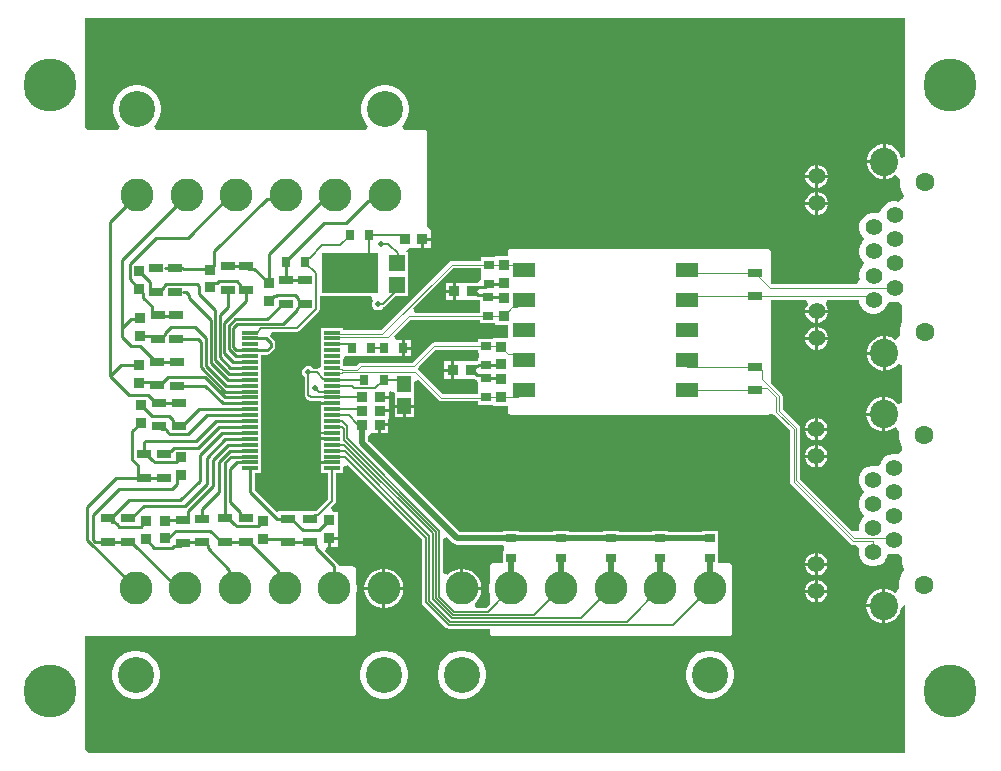
<source format=gtl>
G04*
G04 #@! TF.GenerationSoftware,Altium Limited,Altium Designer,21.6.4 (81)*
G04*
G04 Layer_Physical_Order=1*
G04 Layer_Color=255*
%FSLAX25Y25*%
%MOIN*%
G70*
G04*
G04 #@! TF.SameCoordinates,D230F567-8F14-4DE2-9EB9-46B1BD9AA4B9*
G04*
G04*
G04 #@! TF.FilePolarity,Positive*
G04*
G01*
G75*
%ADD11C,0.00984*%
%ADD14C,0.00394*%
%ADD16C,0.00500*%
%ADD18R,0.05394X0.01181*%
%ADD19R,0.02756X0.03347*%
%ADD20R,0.03347X0.02756*%
%ADD21R,0.19134X0.13228*%
%ADD22R,0.05512X0.05472*%
%ADD23R,0.04528X0.05315*%
%ADD24R,0.03740X0.03740*%
%ADD25R,0.04921X0.02953*%
%ADD26R,0.03740X0.03740*%
%ADD27R,0.07441X0.05000*%
%ADD33C,0.00591*%
%ADD34C,0.01968*%
%ADD35C,0.06299*%
%ADD36C,0.09449*%
%ADD37C,0.05512*%
%ADD38C,0.17717*%
%ADD39C,0.11024*%
%ADD40C,0.12008*%
%ADD41C,0.01968*%
G36*
X305009Y225923D02*
X303509Y225725D01*
X303234Y226752D01*
X302480Y228058D01*
X301414Y229123D01*
X300109Y229877D01*
X298653Y230267D01*
X298399D01*
Y224543D01*
Y218818D01*
X298653D01*
X300109Y219208D01*
X301414Y219962D01*
X301661Y220209D01*
X301954Y220161D01*
X303126Y218482D01*
X303104Y218372D01*
Y216737D01*
X303423Y215134D01*
X304049Y213623D01*
X304417Y213071D01*
X304247Y212192D01*
X304016Y211929D01*
X302667Y211195D01*
X302029Y211365D01*
X300777D01*
X299568Y211041D01*
X298483Y210415D01*
X297598Y209530D01*
X296972Y208445D01*
X296941Y208330D01*
X296353Y207250D01*
X295177Y207308D01*
X295022Y207350D01*
X293769D01*
X292560Y207026D01*
X291475Y206399D01*
X290590Y205514D01*
X289964Y204430D01*
X289640Y203220D01*
Y201968D01*
X289964Y200758D01*
X290590Y199674D01*
X290669Y199594D01*
X291337Y198578D01*
X290669Y197562D01*
X290590Y197483D01*
X289964Y196398D01*
X289640Y195188D01*
Y193936D01*
X289964Y192727D01*
X290590Y191642D01*
X290669Y191563D01*
X291337Y190547D01*
X290669Y189531D01*
X290590Y189451D01*
X289964Y188366D01*
X289640Y187157D01*
Y185905D01*
X289819Y185235D01*
X288953Y183735D01*
X260386D01*
X260291Y183830D01*
Y194340D01*
X260213Y194730D01*
X259992Y195061D01*
X259661Y195282D01*
X259271Y195360D01*
X173411D01*
X173021Y195282D01*
X172690Y195061D01*
X172469Y194730D01*
X172392Y194340D01*
Y192896D01*
X168244D01*
Y192551D01*
X163447D01*
Y191393D01*
X153714D01*
X153247Y191300D01*
X152851Y191036D01*
X130032Y168216D01*
X117678D01*
Y169124D01*
X110284D01*
Y165943D01*
Y163974D01*
Y160037D01*
Y156513D01*
X109822Y156025D01*
X109513Y155791D01*
X108784Y155498D01*
X108750Y155505D01*
X107512D01*
X107105Y155913D01*
X106376Y156215D01*
X105586D01*
X104857Y155913D01*
X104299Y155355D01*
X103997Y154625D01*
Y153836D01*
X104299Y153107D01*
X104706Y152699D01*
Y146766D01*
X104803Y146278D01*
X105080Y145865D01*
X105966Y144978D01*
X106379Y144702D01*
X106867Y144605D01*
X110284D01*
Y144289D01*
X113981D01*
Y143533D01*
X110284D01*
Y140352D01*
Y136415D01*
Y134446D01*
X113981D01*
Y133569D01*
X110284D01*
Y132600D01*
X113981D01*
Y131722D01*
X110284D01*
Y128541D01*
Y124604D01*
Y124604D01*
X113981D01*
Y123848D01*
X110284D01*
Y120667D01*
X112661D01*
Y112073D01*
X108607Y108019D01*
X107825D01*
X107697Y107994D01*
X103183D01*
Y107994D01*
X103183Y107994D01*
X101697Y107960D01*
X95897D01*
Y107960D01*
X95512Y107801D01*
X88140Y115173D01*
Y120667D01*
X90316D01*
Y124604D01*
Y128541D01*
Y132478D01*
Y136415D01*
Y140352D01*
Y144289D01*
Y148226D01*
Y152163D01*
Y156100D01*
Y160106D01*
X92170D01*
X92753Y160222D01*
X93246Y160552D01*
X94473Y161779D01*
X94803Y162273D01*
X94919Y162855D01*
X94919Y162855D01*
Y164011D01*
X94803Y164593D01*
X94473Y165087D01*
X94473Y165087D01*
X93266Y166294D01*
X93712Y167662D01*
X93815Y167794D01*
X102200D01*
X102705Y167895D01*
X103133Y168181D01*
X109358Y174405D01*
X109644Y174834D01*
X109744Y175339D01*
Y179601D01*
X126897D01*
X127518Y178101D01*
X127425Y178007D01*
X127122Y177278D01*
Y176489D01*
X127425Y175759D01*
X127983Y175201D01*
X128712Y174899D01*
X129501D01*
X130231Y175201D01*
X130789Y175759D01*
X130848Y175902D01*
X131276Y175987D01*
X131690Y176263D01*
X135028Y179601D01*
X139203D01*
Y186845D01*
Y194318D01*
X138619D01*
X138612Y194323D01*
X139537Y195822D01*
X140977Y195822D01*
Y195822D01*
X141142D01*
Y195822D01*
X143512D01*
Y198692D01*
X144012D01*
Y199192D01*
X146883D01*
Y201562D01*
X146881D01*
X146754Y201627D01*
X145677Y202611D01*
Y233951D01*
X145599Y234341D01*
X145378Y234672D01*
X145047Y234893D01*
X144657Y234971D01*
X137917D01*
X137296Y236471D01*
X137756Y236931D01*
X138632Y238242D01*
X139236Y239699D01*
X139543Y241245D01*
Y242822D01*
X139236Y244368D01*
X138632Y245825D01*
X137756Y247135D01*
X136642Y248250D01*
X135331Y249126D01*
X133874Y249730D01*
X132328Y250037D01*
X130751D01*
X129205Y249730D01*
X127748Y249126D01*
X126437Y248250D01*
X125322Y247135D01*
X124446Y245825D01*
X123843Y244368D01*
X123535Y242822D01*
Y241245D01*
X123843Y239699D01*
X124446Y238242D01*
X125322Y236931D01*
X125783Y236471D01*
X125161Y234971D01*
X55240D01*
X54619Y236471D01*
X55079Y236931D01*
X55955Y238242D01*
X56559Y239699D01*
X56866Y241245D01*
Y242822D01*
X56559Y244368D01*
X55955Y245825D01*
X55079Y247135D01*
X53964Y248250D01*
X52653Y249126D01*
X51197Y249730D01*
X49650Y250037D01*
X48074D01*
X46527Y249730D01*
X45071Y249126D01*
X43760Y248250D01*
X42645Y247135D01*
X41769Y245825D01*
X41166Y244368D01*
X40858Y242822D01*
Y241245D01*
X41166Y239699D01*
X41769Y238242D01*
X42645Y236931D01*
X43105Y236471D01*
X42484Y234971D01*
X32612D01*
X31551Y236032D01*
X31569Y272220D01*
X305009Y272220D01*
Y225923D01*
D02*
G37*
G36*
X163447Y187795D02*
X163526D01*
Y186055D01*
X163447D01*
Y185372D01*
X162661Y184231D01*
X162175Y184134D01*
X159059D01*
X157725Y184134D01*
Y184134D01*
X157559D01*
Y184134D01*
X155189D01*
Y181264D01*
Y178394D01*
X156225D01*
X157559Y178394D01*
Y178394D01*
X157725D01*
Y178394D01*
X163259D01*
Y177052D01*
X163338D01*
Y175312D01*
X163259D01*
Y174154D01*
X141543D01*
X140921Y175654D01*
X154220Y188952D01*
X163447D01*
Y187795D01*
D02*
G37*
G36*
X289640Y177873D02*
X289964Y176664D01*
X290590Y175579D01*
X291475Y174694D01*
X292560Y174067D01*
X293769Y173743D01*
X295022D01*
X296231Y174067D01*
X297316Y174694D01*
X298201Y175579D01*
X298827Y176664D01*
X298858Y176779D01*
X299446Y177859D01*
X300622Y177801D01*
X300777Y177759D01*
X302029D01*
X302429Y177866D01*
X303929Y176865D01*
Y171196D01*
X303423Y169975D01*
X303104Y168372D01*
Y166737D01*
X303126Y166627D01*
X301954Y164948D01*
X301661Y164900D01*
X301414Y165147D01*
X300109Y165901D01*
X298653Y166291D01*
X298399D01*
Y160566D01*
Y154842D01*
X298653D01*
X300109Y155232D01*
X301414Y155986D01*
X302429Y157000D01*
X302666Y156988D01*
X303929Y156560D01*
Y144102D01*
X302429Y143700D01*
X302331Y143869D01*
X301265Y144935D01*
X299960Y145689D01*
X298504Y146079D01*
X298250D01*
Y140355D01*
Y134630D01*
X298504D01*
X299960Y135020D01*
X301265Y135774D01*
X301512Y136021D01*
X301805Y135973D01*
X302977Y134294D01*
X302955Y134184D01*
Y132549D01*
X303274Y130946D01*
X303899Y129435D01*
X303929Y129392D01*
Y127956D01*
X302429Y127030D01*
X301880Y127177D01*
X300628D01*
X299418Y126853D01*
X298334Y126227D01*
X297448Y125342D01*
X296822Y124257D01*
X296791Y124142D01*
X296204Y123062D01*
X295028Y123120D01*
X294872Y123161D01*
X293620D01*
X292410Y122837D01*
X291326Y122211D01*
X290441Y121326D01*
X289814Y120241D01*
X289490Y119032D01*
Y117780D01*
X289814Y116570D01*
X290441Y115485D01*
X290520Y115406D01*
X291188Y114390D01*
X290520Y113374D01*
X290441Y113294D01*
X289814Y112210D01*
X289490Y111000D01*
Y109748D01*
X289814Y108538D01*
X290441Y107454D01*
X290520Y107374D01*
X291188Y106358D01*
X290520Y105342D01*
X290441Y105263D01*
X289814Y104178D01*
X289490Y102969D01*
Y101716D01*
X289277Y101476D01*
X287217Y101414D01*
X269882Y118749D01*
Y135761D01*
X269789Y136229D01*
X269525Y136624D01*
X264114Y142035D01*
Y146302D01*
X264021Y146769D01*
X263757Y147165D01*
X260291Y150630D01*
Y178427D01*
X271851D01*
X272472Y176927D01*
X272414Y176868D01*
X271919Y176012D01*
X271665Y175062D01*
X275419D01*
X279173D01*
X278919Y176012D01*
X278425Y176868D01*
X278366Y176927D01*
X278987Y178427D01*
X289640D01*
Y177873D01*
D02*
G37*
G36*
X163259Y170556D02*
X168185D01*
Y170182D01*
X172392D01*
Y165729D01*
X167433D01*
Y165459D01*
X162653D01*
Y164301D01*
X147969D01*
X147502Y164208D01*
X147106Y163944D01*
X140656Y157494D01*
X123418Y157494D01*
X122951Y157401D01*
X122555Y157137D01*
X121823Y156405D01*
X117678D01*
Y158247D01*
X118094Y159575D01*
X122849D01*
Y159654D01*
X124590D01*
Y159575D01*
X129345D01*
Y159587D01*
X133553D01*
Y159665D01*
X135293D01*
Y159587D01*
X137171D01*
Y160467D01*
X137215Y160685D01*
Y162260D01*
Y163835D01*
X137171Y164053D01*
Y164933D01*
X135308D01*
X135115Y165130D01*
X134608Y166354D01*
X139967Y171713D01*
X163259D01*
Y170556D01*
D02*
G37*
G36*
X162653Y160703D02*
X162732D01*
Y158963D01*
X162653D01*
Y158106D01*
X162548D01*
X161966Y157991D01*
X161847Y157911D01*
X158533D01*
X157199Y157911D01*
Y157911D01*
X157033D01*
Y157911D01*
X154663D01*
Y155041D01*
Y152171D01*
X155699D01*
X157033Y152171D01*
Y152171D01*
X157199D01*
Y152171D01*
X161316D01*
X161757Y151876D01*
X162339Y151760D01*
X162580Y150300D01*
Y150018D01*
X162659D01*
Y148278D01*
X162580D01*
Y147081D01*
X150732D01*
X142555Y155258D01*
X143227Y156613D01*
X148474Y161861D01*
X162653D01*
Y160703D01*
D02*
G37*
G36*
X149363Y144998D02*
X149759Y144733D01*
X150226Y144640D01*
X162580D01*
Y143522D01*
X167433D01*
Y143178D01*
X172392D01*
Y141158D01*
X172469Y140767D01*
X172690Y140437D01*
X173021Y140216D01*
X173411Y140138D01*
X259271D01*
X259661Y140216D01*
X260120Y140396D01*
X261467Y139967D01*
X266548Y134886D01*
Y117873D01*
X266641Y117406D01*
X266905Y117010D01*
X286782Y97133D01*
X287178Y96869D01*
X287645Y96776D01*
X288550D01*
X289581Y95276D01*
X289490Y94937D01*
Y93685D01*
X289814Y92475D01*
X290441Y91391D01*
X291326Y90505D01*
X292410Y89879D01*
X293620Y89555D01*
X294872D01*
X296082Y89879D01*
X297166Y90505D01*
X298052Y91391D01*
X298678Y92475D01*
X298709Y92591D01*
X299296Y93670D01*
X300472Y93613D01*
X300628Y93571D01*
X301880D01*
X302429Y93718D01*
X303929Y92792D01*
Y90716D01*
X304006Y90326D01*
X304227Y89995D01*
X304301Y89826D01*
X304541Y88656D01*
X304536Y88249D01*
X303899Y87297D01*
X303274Y85787D01*
X302955Y84184D01*
Y82549D01*
X302977Y82439D01*
X301805Y80760D01*
X301512Y80712D01*
X301265Y80959D01*
X299960Y81712D01*
X298504Y82103D01*
X298250D01*
Y76378D01*
Y70654D01*
X298504D01*
X299960Y71044D01*
X301265Y71797D01*
X302331Y72863D01*
X303084Y74168D01*
X303475Y75624D01*
Y75833D01*
X304975Y76650D01*
X305009Y76628D01*
Y27497D01*
X32506D01*
X31446Y28558D01*
X31465Y66344D01*
X120928D01*
X121318Y66422D01*
X121649Y66643D01*
X121870Y66974D01*
X121947Y67364D01*
Y80570D01*
X122130Y81488D01*
Y82968D01*
X121947Y83886D01*
Y88587D01*
X121870Y88977D01*
X121649Y89308D01*
X121318Y89529D01*
X120928Y89607D01*
X116139D01*
Y89670D01*
X116024Y90252D01*
X115694Y90745D01*
X111681Y94758D01*
X112255Y96144D01*
X112444D01*
Y99014D01*
X112944D01*
Y99514D01*
X115814D01*
Y100549D01*
X115814Y101884D01*
X115814Y101884D01*
Y102049D01*
X115814D01*
X115814Y103384D01*
Y107789D01*
X114072D01*
X113498Y109175D01*
X114915Y110592D01*
X115201Y111021D01*
X115302Y111526D01*
Y120667D01*
X117678D01*
Y122765D01*
X119178Y123387D01*
X143923Y98642D01*
Y77674D01*
X144023Y77168D01*
X144309Y76740D01*
X151871Y69178D01*
X152300Y68892D01*
X152805Y68791D01*
X166500D01*
Y67364D01*
X166577Y66974D01*
X166798Y66643D01*
X167129Y66422D01*
X167519Y66344D01*
X246266D01*
X246656Y66422D01*
X246987Y66643D01*
X247208Y66974D01*
X247286Y67364D01*
Y81374D01*
X247309Y81488D01*
Y82968D01*
X247286Y83082D01*
Y89690D01*
X247208Y90080D01*
X246987Y90411D01*
X246656Y90632D01*
X246266Y90710D01*
X242470D01*
Y94779D01*
X242391D01*
Y96520D01*
X242470D01*
Y101276D01*
X237123D01*
Y100921D01*
X225935D01*
Y101276D01*
X220588D01*
Y100921D01*
X209399D01*
Y101276D01*
X204053D01*
Y100921D01*
X192864D01*
Y101276D01*
X187517D01*
Y100921D01*
X176328D01*
Y101276D01*
X170982D01*
Y100921D01*
X156397D01*
X125851Y131467D01*
Y132846D01*
X126863Y133927D01*
X129233D01*
Y136797D01*
X129733D01*
Y137297D01*
X132603D01*
Y138649D01*
X132700D01*
Y141019D01*
X129830D01*
Y142019D01*
X132700D01*
Y143115D01*
X132742D01*
Y145485D01*
X129872D01*
Y146485D01*
X132742D01*
Y147838D01*
X133258Y148157D01*
X134758Y147322D01*
Y146751D01*
X134758Y145251D01*
Y143428D01*
X141285D01*
Y145251D01*
X141285Y146585D01*
X141285Y148085D01*
Y151116D01*
X142671Y151690D01*
X149363Y144998D01*
D02*
G37*
G36*
X154129Y97467D02*
X154785Y97028D01*
X155559Y96874D01*
X170982D01*
Y96520D01*
X171061D01*
Y94779D01*
X170982D01*
Y90710D01*
X167519D01*
X167129Y90632D01*
X166798Y90411D01*
X166577Y90080D01*
X166500Y89690D01*
Y84583D01*
X166432Y84419D01*
X166143Y82968D01*
Y81488D01*
X166432Y80037D01*
X166500Y79873D01*
Y76941D01*
X165354Y75794D01*
X161912D01*
X161456Y76772D01*
X161395Y77294D01*
X162178Y78077D01*
X162890Y79144D01*
X163381Y80329D01*
X163631Y81587D01*
Y81728D01*
X157120D01*
Y82228D01*
X156620D01*
Y88740D01*
X156478D01*
X155220Y88490D01*
X154035Y87999D01*
X152969Y87286D01*
X152426Y86744D01*
X150987Y87239D01*
X150926Y87287D01*
Y98709D01*
X152312Y99283D01*
X154129Y97467D01*
D02*
G37*
%LPC*%
G36*
X297399Y230267D02*
X297146D01*
X295690Y229877D01*
X294385Y229123D01*
X293319Y228058D01*
X292565Y226752D01*
X292175Y225296D01*
Y225043D01*
X297399D01*
Y230267D01*
D02*
G37*
G36*
X275919Y223317D02*
Y220062D01*
X279173D01*
X278919Y221012D01*
X278425Y221868D01*
X277725Y222568D01*
X276869Y223062D01*
X275919Y223317D01*
D02*
G37*
G36*
X274919D02*
X273969Y223062D01*
X273113Y222568D01*
X272414Y221868D01*
X271919Y221012D01*
X271665Y220062D01*
X274919D01*
Y223317D01*
D02*
G37*
G36*
X297399Y224043D02*
X292175D01*
Y223789D01*
X292565Y222333D01*
X293319Y221028D01*
X294385Y219962D01*
X295690Y219208D01*
X297146Y218818D01*
X297399D01*
Y224043D01*
D02*
G37*
G36*
X279173Y219062D02*
X275919D01*
Y215808D01*
X276869Y216062D01*
X277725Y216557D01*
X278425Y217256D01*
X278919Y218113D01*
X279173Y219062D01*
D02*
G37*
G36*
X274919D02*
X271665D01*
X271919Y218113D01*
X272414Y217256D01*
X273113Y216557D01*
X273969Y216062D01*
X274919Y215808D01*
Y219062D01*
D02*
G37*
G36*
X275919Y214301D02*
Y211047D01*
X279173D01*
X278919Y211996D01*
X278425Y212853D01*
X277725Y213552D01*
X276869Y214047D01*
X275919Y214301D01*
D02*
G37*
G36*
X274919Y214301D02*
X273969Y214047D01*
X273113Y213552D01*
X272414Y212853D01*
X271919Y211996D01*
X271665Y211047D01*
X274919D01*
Y214301D01*
D02*
G37*
G36*
X279173Y210047D02*
X275919D01*
Y206792D01*
X276869Y207047D01*
X277725Y207541D01*
X278425Y208240D01*
X278919Y209097D01*
X279173Y210047D01*
D02*
G37*
G36*
X274919D02*
X271665D01*
X271919Y209097D01*
X272414Y208240D01*
X273113Y207541D01*
X273969Y207047D01*
X274919Y206792D01*
Y210047D01*
D02*
G37*
G36*
X146883Y198192D02*
X144512D01*
Y195822D01*
X146883D01*
Y198192D01*
D02*
G37*
G36*
X154189Y184134D02*
X151819D01*
Y181764D01*
X154189D01*
Y184134D01*
D02*
G37*
G36*
Y180764D02*
X151819D01*
Y178394D01*
X154189D01*
Y180764D01*
D02*
G37*
G36*
X279173Y174062D02*
X275919D01*
Y170808D01*
X276869Y171062D01*
X277725Y171557D01*
X278425Y172256D01*
X278919Y173113D01*
X279173Y174062D01*
D02*
G37*
G36*
X274919D02*
X271665D01*
X271919Y173113D01*
X272414Y172256D01*
X273113Y171557D01*
X273969Y171062D01*
X274919Y170808D01*
Y174062D01*
D02*
G37*
G36*
X275919Y169301D02*
Y166047D01*
X279173D01*
X278919Y166996D01*
X278425Y167853D01*
X277725Y168552D01*
X276869Y169046D01*
X275919Y169301D01*
D02*
G37*
G36*
X274919Y169301D02*
X273969Y169046D01*
X273113Y168552D01*
X272414Y167853D01*
X271919Y166996D01*
X271665Y166047D01*
X274919D01*
Y169301D01*
D02*
G37*
G36*
X279173Y165047D02*
X275919D01*
Y161792D01*
X276869Y162047D01*
X277725Y162541D01*
X278425Y163240D01*
X278919Y164097D01*
X279173Y165047D01*
D02*
G37*
G36*
X274919D02*
X271665D01*
X271919Y164097D01*
X272414Y163240D01*
X273113Y162541D01*
X273969Y162047D01*
X274919Y161792D01*
Y165047D01*
D02*
G37*
G36*
X297399Y166291D02*
X297146D01*
X295690Y165901D01*
X294385Y165147D01*
X293319Y164081D01*
X292565Y162776D01*
X292175Y161320D01*
Y161066D01*
X297399D01*
Y166291D01*
D02*
G37*
G36*
Y160066D02*
X292175D01*
Y159813D01*
X292565Y158357D01*
X293319Y157051D01*
X294385Y155986D01*
X295690Y155232D01*
X297146Y154842D01*
X297399D01*
Y160066D01*
D02*
G37*
G36*
X297250Y146079D02*
X296996D01*
X295541Y145689D01*
X294235Y144935D01*
X293169Y143869D01*
X292416Y142564D01*
X292026Y141108D01*
Y140855D01*
X297250D01*
Y146079D01*
D02*
G37*
G36*
X275770Y139128D02*
Y135874D01*
X279024D01*
X278770Y136824D01*
X278275Y137680D01*
X277576Y138380D01*
X276720Y138874D01*
X275770Y139128D01*
D02*
G37*
G36*
X274770D02*
X273820Y138874D01*
X272964Y138380D01*
X272264Y137680D01*
X271770Y136824D01*
X271515Y135874D01*
X274770D01*
Y139128D01*
D02*
G37*
G36*
X297250Y139855D02*
X292026D01*
Y139601D01*
X292416Y138145D01*
X293169Y136840D01*
X294235Y135774D01*
X295541Y135020D01*
X296996Y134630D01*
X297250D01*
Y139855D01*
D02*
G37*
G36*
X279024Y134874D02*
X275770D01*
Y131620D01*
X276720Y131874D01*
X277576Y132369D01*
X278275Y133068D01*
X278770Y133924D01*
X279024Y134874D01*
D02*
G37*
G36*
X274770D02*
X271515D01*
X271770Y133924D01*
X272264Y133068D01*
X272964Y132369D01*
X273820Y131874D01*
X274770Y131620D01*
Y134874D01*
D02*
G37*
G36*
X275770Y130113D02*
Y126858D01*
X279024D01*
X278770Y127808D01*
X278275Y128665D01*
X277576Y129364D01*
X276720Y129858D01*
X275770Y130113D01*
D02*
G37*
G36*
X274770D02*
X273820Y129858D01*
X272964Y129364D01*
X272264Y128665D01*
X271770Y127808D01*
X271515Y126858D01*
X274770D01*
Y130113D01*
D02*
G37*
G36*
X279024Y125858D02*
X275770D01*
Y122604D01*
X276720Y122858D01*
X277576Y123353D01*
X278275Y124052D01*
X278770Y124909D01*
X279024Y125858D01*
D02*
G37*
G36*
X274770D02*
X271515D01*
X271770Y124909D01*
X272264Y124052D01*
X272964Y123353D01*
X273820Y122858D01*
X274770Y122604D01*
Y125858D01*
D02*
G37*
G36*
X140049Y164933D02*
X138172D01*
Y162760D01*
X140049D01*
Y164933D01*
D02*
G37*
G36*
Y161760D02*
X138172D01*
Y159587D01*
X140049D01*
Y161760D01*
D02*
G37*
G36*
X153663Y157911D02*
X151293D01*
Y155541D01*
X153663D01*
Y157911D01*
D02*
G37*
G36*
Y154541D02*
X151293D01*
Y152171D01*
X153663D01*
Y154541D01*
D02*
G37*
G36*
X141285Y142428D02*
X138521D01*
Y139270D01*
X141285D01*
Y142428D01*
D02*
G37*
G36*
X137521D02*
X134758D01*
Y139270D01*
X137521D01*
Y142428D01*
D02*
G37*
G36*
X132603Y136297D02*
X130233D01*
Y133927D01*
X132603D01*
Y136297D01*
D02*
G37*
G36*
X115814Y98514D02*
X113444D01*
Y96144D01*
X115814D01*
Y98514D01*
D02*
G37*
G36*
X275770Y94129D02*
Y90874D01*
X279024D01*
X278770Y91824D01*
X278275Y92680D01*
X277576Y93380D01*
X276720Y93874D01*
X275770Y94129D01*
D02*
G37*
G36*
X274770D02*
X273820Y93874D01*
X272964Y93380D01*
X272264Y92680D01*
X271770Y91824D01*
X271515Y90874D01*
X274770D01*
Y94129D01*
D02*
G37*
G36*
X279024Y89874D02*
X275770D01*
Y86620D01*
X276720Y86874D01*
X277576Y87369D01*
X278275Y88068D01*
X278770Y88924D01*
X279024Y89874D01*
D02*
G37*
G36*
X274770D02*
X271515D01*
X271770Y88924D01*
X272264Y88068D01*
X272964Y87369D01*
X273820Y86874D01*
X274770Y86620D01*
Y89874D01*
D02*
G37*
G36*
X131795Y88740D02*
X131653D01*
Y82728D01*
X137665D01*
Y82869D01*
X137415Y84128D01*
X136924Y85313D01*
X136212Y86379D01*
X135304Y87286D01*
X134238Y87999D01*
X133053Y88490D01*
X131795Y88740D01*
D02*
G37*
G36*
X130654D02*
X130512D01*
X129254Y88490D01*
X128069Y87999D01*
X127002Y87286D01*
X126095Y86379D01*
X125383Y85313D01*
X124892Y84128D01*
X124642Y82869D01*
Y82728D01*
X130654D01*
Y88740D01*
D02*
G37*
G36*
X275770Y85113D02*
Y81858D01*
X279024D01*
X278770Y82808D01*
X278275Y83665D01*
X277576Y84364D01*
X276720Y84858D01*
X275770Y85113D01*
D02*
G37*
G36*
X274770D02*
X273820Y84858D01*
X272964Y84364D01*
X272264Y83665D01*
X271770Y82808D01*
X271515Y81858D01*
X274770D01*
Y85113D01*
D02*
G37*
G36*
X279024Y80858D02*
X275770D01*
Y77604D01*
X276720Y77858D01*
X277576Y78353D01*
X278275Y79052D01*
X278770Y79909D01*
X279024Y80858D01*
D02*
G37*
G36*
X274770D02*
X271515D01*
X271770Y79909D01*
X272264Y79052D01*
X272964Y78353D01*
X273820Y77858D01*
X274770Y77604D01*
Y80858D01*
D02*
G37*
G36*
X297250Y82103D02*
X296996D01*
X295541Y81712D01*
X294235Y80959D01*
X293169Y79893D01*
X292416Y78588D01*
X292026Y77132D01*
Y76878D01*
X297250D01*
Y82103D01*
D02*
G37*
G36*
X137665Y81728D02*
X131653D01*
Y75716D01*
X131795D01*
X133053Y75967D01*
X134238Y76457D01*
X135304Y77170D01*
X136212Y78077D01*
X136924Y79144D01*
X137415Y80329D01*
X137665Y81587D01*
Y81728D01*
D02*
G37*
G36*
X130654D02*
X124642D01*
Y81587D01*
X124892Y80329D01*
X125383Y79144D01*
X126095Y78077D01*
X127002Y77170D01*
X128069Y76457D01*
X129254Y75967D01*
X130512Y75716D01*
X130654D01*
Y81728D01*
D02*
G37*
G36*
X297250Y75878D02*
X292026D01*
Y75624D01*
X292416Y74168D01*
X293169Y72863D01*
X294235Y71797D01*
X295541Y71044D01*
X296996Y70654D01*
X297250D01*
Y75878D01*
D02*
G37*
G36*
X240585Y61492D02*
X239008D01*
X237462Y61184D01*
X236005Y60581D01*
X234695Y59705D01*
X233580Y58590D01*
X232704Y57279D01*
X232100Y55823D01*
X231793Y54276D01*
Y52700D01*
X232100Y51153D01*
X232704Y49697D01*
X233580Y48386D01*
X234695Y47271D01*
X236005Y46395D01*
X237462Y45792D01*
X239008Y45484D01*
X240585D01*
X242131Y45792D01*
X243588Y46395D01*
X244899Y47271D01*
X246014Y48386D01*
X246890Y49697D01*
X247493Y51153D01*
X247801Y52700D01*
Y54276D01*
X247493Y55823D01*
X246890Y57279D01*
X246014Y58590D01*
X244899Y59705D01*
X243588Y60581D01*
X242131Y61184D01*
X240585Y61492D01*
D02*
G37*
G36*
X157908D02*
X156331D01*
X154785Y61184D01*
X153328Y60581D01*
X152017Y59705D01*
X150902Y58590D01*
X150027Y57279D01*
X149423Y55823D01*
X149116Y54276D01*
Y52700D01*
X149423Y51153D01*
X150027Y49697D01*
X150902Y48386D01*
X152017Y47271D01*
X153328Y46395D01*
X154785Y45792D01*
X156331Y45484D01*
X157908D01*
X159454Y45792D01*
X160911Y46395D01*
X162222Y47271D01*
X163337Y48386D01*
X164213Y49697D01*
X164816Y51153D01*
X165123Y52700D01*
Y54276D01*
X164816Y55823D01*
X164213Y57279D01*
X163337Y58590D01*
X162222Y59705D01*
X160911Y60581D01*
X159454Y61184D01*
X157908Y61492D01*
D02*
G37*
G36*
X131942D02*
X130365D01*
X128819Y61184D01*
X127362Y60581D01*
X126051Y59705D01*
X124936Y58590D01*
X124060Y57279D01*
X123457Y55823D01*
X123150Y54276D01*
Y52700D01*
X123457Y51153D01*
X124060Y49697D01*
X124936Y48386D01*
X126051Y47271D01*
X127362Y46395D01*
X128819Y45792D01*
X130365Y45484D01*
X131942D01*
X133488Y45792D01*
X134945Y46395D01*
X136256Y47271D01*
X137371Y48386D01*
X138247Y49697D01*
X138850Y51153D01*
X139157Y52700D01*
Y54276D01*
X138850Y55823D01*
X138247Y57279D01*
X137371Y58590D01*
X136256Y59705D01*
X134945Y60581D01*
X133488Y61184D01*
X131942Y61492D01*
D02*
G37*
G36*
X49265D02*
X47688D01*
X46142Y61184D01*
X44685Y60581D01*
X43374Y59705D01*
X42259Y58590D01*
X41383Y57279D01*
X40780Y55823D01*
X40472Y54276D01*
Y52700D01*
X40780Y51153D01*
X41383Y49697D01*
X42259Y48386D01*
X43374Y47271D01*
X44685Y46395D01*
X46142Y45792D01*
X47688Y45484D01*
X49265D01*
X50811Y45792D01*
X52268Y46395D01*
X53579Y47271D01*
X54693Y48386D01*
X55569Y49697D01*
X56173Y51153D01*
X56480Y52700D01*
Y54276D01*
X56173Y55823D01*
X55569Y57279D01*
X54693Y58590D01*
X53579Y59705D01*
X52268Y60581D01*
X50811Y61184D01*
X49265Y61492D01*
D02*
G37*
G36*
X157761Y88740D02*
X157620D01*
Y82728D01*
X163631D01*
Y82869D01*
X163381Y84128D01*
X162890Y85313D01*
X162178Y86379D01*
X161271Y87286D01*
X160204Y87999D01*
X159019Y88490D01*
X157761Y88740D01*
D02*
G37*
%LPD*%
D11*
X91843Y165565D02*
X93397Y164011D01*
X86619Y165565D02*
X91843D01*
X92170Y161628D02*
X93397Y162855D01*
Y164011D01*
X74695Y183979D02*
X75542D01*
X76133Y184570D01*
X82114D02*
X83356Y183328D01*
Y182798D02*
X84340Y181814D01*
X73317Y182601D02*
X74695Y183979D01*
X76133Y184570D02*
X82114D01*
X83356Y182798D02*
Y183328D01*
X84340Y181814D02*
X85324D01*
X77951Y170571D02*
X85324Y177944D01*
Y181814D01*
X77951Y160673D02*
Y170571D01*
X79435Y161956D02*
Y169762D01*
X80920Y168997D02*
X82325Y170402D01*
X80920Y162571D02*
Y168997D01*
X77951Y160673D02*
X80934Y157691D01*
X79435Y169762D02*
X81560Y171886D01*
X79435Y161956D02*
X81732Y159659D01*
X80920Y162571D02*
X81862Y161628D01*
X76407Y173418D02*
X79124Y176134D01*
X74923Y158333D02*
X79502Y153754D01*
X73439Y157399D02*
X79053Y151785D01*
X71954Y156335D02*
X78472Y149817D01*
X80934Y157691D02*
X86619D01*
X76407Y159308D02*
Y173418D01*
X74923Y158333D02*
Y175014D01*
X66238Y179019D02*
X73439Y171818D01*
X76407Y159308D02*
X79993Y155722D01*
X73439Y157399D02*
Y171818D01*
X69592Y180345D02*
X74923Y175014D01*
X68352Y169241D02*
X71954Y165638D01*
Y156335D02*
Y165638D01*
X81732Y159659D02*
X86619D01*
X81862Y161628D02*
X86619D01*
X79993Y155722D02*
X86619D01*
X79502Y153754D02*
X86619D01*
X51658Y166287D02*
X56008D01*
X56276Y166019D01*
X55738Y165481D02*
X56722D01*
X58197Y166956D01*
X55071Y150915D02*
X55778Y150208D01*
X55531Y149961D02*
X56516D01*
X59141Y152587D01*
X39935Y153045D02*
X43668Y156778D01*
X49451D01*
X39935Y153045D02*
X46218Y146761D01*
X72451Y95671D02*
Y96655D01*
X71467Y97640D02*
X72451Y96655D01*
Y95671D02*
X79626Y88496D01*
X79339Y97821D02*
X85048D01*
X82051Y102924D02*
X89277D01*
X85048Y97821D02*
X86032D01*
X81292Y103683D02*
X82051Y102924D01*
X77863Y98314D02*
X78355Y97821D01*
X79339Y105695D02*
X81292Y103743D01*
Y103683D02*
Y103743D01*
X73342Y101524D02*
X76552Y98314D01*
X77863D01*
X78355Y97821D02*
X79339D01*
X99358Y105484D02*
X100342D01*
X95678D02*
X99358D01*
X86619Y114542D02*
X95678Y105484D01*
X83929Y126096D02*
X86521D01*
X83929Y126096D02*
X83929Y126096D01*
X80064Y126096D02*
X83929D01*
X78355Y124387D02*
X80064Y126096D01*
X82069Y124226D02*
X86619D01*
X79839Y121996D02*
X82069Y124226D01*
X86521Y126096D02*
X86619Y126195D01*
X77043Y134069D02*
X86619D01*
X78341Y132100D02*
X86619D01*
X72181Y139974D02*
X86619D01*
X75155Y138006D02*
X86619D01*
X76072Y136037D02*
X86619D01*
X79149Y130132D02*
X86619D01*
X72106Y125865D02*
X78341Y132100D01*
X79794Y128163D02*
X86619D01*
X74175Y125157D02*
X79149Y130132D01*
X76135Y124504D02*
X79794Y128163D01*
X72106Y116991D02*
Y125865D01*
X76135Y114431D02*
Y124504D01*
X74175Y116275D02*
Y125157D01*
X84064Y105695D02*
X85048D01*
X86619Y114542D02*
Y122258D01*
X79839Y110904D02*
Y121996D01*
X78355Y105695D02*
Y124387D01*
X79839Y110904D02*
X83079Y107664D01*
Y106680D02*
Y107664D01*
Y106680D02*
X84064Y105695D01*
X78355D02*
X79339D01*
X162340Y153282D02*
X164367D01*
X169861Y152396D02*
X170303Y151954D01*
X164367Y153282D02*
X165253Y152396D01*
X169861D01*
X165933Y179430D02*
X170583D01*
X165326Y156585D02*
X169934D01*
X160593Y155028D02*
X162340Y153282D01*
X162369Y156406D02*
X162548Y156585D01*
X161971Y156406D02*
X162369D01*
X160593Y155028D02*
X161971Y156406D01*
X88004Y188704D02*
X92812Y183896D01*
X74695Y189885D02*
Y194755D01*
X166120Y183677D02*
X170670D01*
X162548Y156585D02*
X165326D01*
X86309Y188704D02*
X88004D01*
X169934Y156585D02*
X170303Y156954D01*
X170670Y183677D02*
X171114Y184121D01*
X170583Y179430D02*
X171055Y178958D01*
X108612Y95675D02*
X114618Y89670D01*
X108612Y95675D02*
Y96659D01*
X107628Y97644D02*
X108612Y96659D01*
X106644Y97644D02*
X107628D01*
X100342Y105484D02*
X104245Y101581D01*
X109605D02*
X112944Y104919D01*
X104245Y101581D02*
X109605D01*
X99952Y97833D02*
X106644D01*
X89277Y102924D02*
X90982Y104629D01*
X99060Y98724D02*
X99952Y97833D01*
X90982Y98724D02*
X99060D01*
X90960Y98746D02*
X90982Y98724D01*
X102654Y178384D02*
Y178936D01*
X95622Y179975D02*
X101616D01*
X102654Y178936D01*
X94387Y179565D02*
X95212D01*
X92812Y177990D02*
X94387Y179565D01*
X92812Y183896D02*
Y193657D01*
X95212Y179565D02*
X95622Y179975D01*
X104820Y185077D02*
X104838Y185096D01*
X98531Y185165D02*
Y191135D01*
Y191430D01*
X98619Y185077D02*
X104820D01*
X98531Y185165D02*
X98619Y185077D01*
X98531Y191430D02*
X111147Y204045D01*
X118593D01*
X102654Y178384D02*
X103835Y177203D01*
X162661Y179954D02*
X165409D01*
X165825Y183677D02*
X166120D01*
X162661Y182710D02*
X164858D01*
X165409Y179954D02*
X165933Y179430D01*
X164858Y182710D02*
X165825Y183677D01*
X161283Y181332D02*
X162661Y182710D01*
X161283Y181332D02*
X162661Y179954D01*
X102359Y175727D02*
X103835Y177203D01*
X102359Y175197D02*
Y175727D01*
X97565Y170402D02*
X102359Y175197D01*
X92318Y171886D02*
X97635Y177203D01*
X103835D02*
X104820D01*
X97635D02*
X98619D01*
X86619Y161628D02*
X92170D01*
X82325Y170402D02*
X97565D01*
X81560Y171886D02*
X92318D01*
X73317Y188507D02*
X74695Y189885D01*
X72962Y188861D02*
X73317Y188507D01*
X79124Y176134D02*
Y181814D01*
Y189688D02*
X85324D01*
X86309Y188704D01*
X71504Y152587D02*
X78211Y145880D01*
X71458Y149831D02*
X77377Y143911D01*
X79053Y151785D02*
X86619D01*
X78472Y149817D02*
X86619D01*
X78342Y147848D02*
X86619D01*
X78211Y145880D02*
X86619D01*
X77377Y143911D02*
X86619D01*
X46959Y172193D02*
X49889D01*
X49935Y172239D01*
X118593Y204045D02*
X125920Y211372D01*
X43739Y191635D02*
X65398Y213293D01*
X55133Y199199D02*
X65821D01*
X46388Y190454D02*
X55133Y199199D01*
X46388Y185298D02*
Y190454D01*
Y185298D02*
X49538Y182149D01*
X43739Y168973D02*
Y191635D01*
X56285Y181164D02*
X57760Y182640D01*
X58510Y183820D02*
X68878D01*
X55300Y181164D02*
X56285D01*
X57760Y182640D02*
Y183071D01*
X58510Y183820D01*
X53332Y182149D02*
Y184260D01*
X54316Y181164D02*
X55300D01*
X53332Y182149D02*
X54316Y181164D01*
X49538Y188054D02*
X53332Y184260D01*
X50916Y179161D02*
Y180771D01*
Y179161D02*
X53769Y176307D01*
Y174339D02*
X54753Y173355D01*
X49538Y182149D02*
X50916Y180771D01*
X53769Y174339D02*
Y176307D01*
X54753Y173355D02*
X55738D01*
X58197Y166956D02*
Y167387D01*
X60051Y169241D01*
X46747Y163120D02*
X49755D01*
X43739Y166128D02*
Y168973D01*
Y166128D02*
X46747Y163120D01*
X55071Y157805D02*
X56055D01*
X49755Y163120D02*
X55071Y157805D01*
X56055D02*
X56155Y157705D01*
X62255D01*
X59141Y152587D02*
X71504D01*
X70213Y155977D02*
X78342Y147848D01*
X70213Y155977D02*
Y164274D01*
X53410Y150915D02*
X55071D01*
X53410Y150915D02*
X53410Y150915D01*
X50063Y150915D02*
X53410D01*
X125920Y211372D02*
X129618D01*
X131539Y213293D01*
X39935Y153045D02*
Y204366D01*
X43739Y168973D02*
X46959Y172193D01*
X46218Y146761D02*
X52501D01*
X97293Y212118D02*
X98468Y213293D01*
X74695Y194755D02*
X92057Y212118D01*
X97293D01*
X64270Y188861D02*
X72962D01*
X64170Y188961D02*
X64270Y188861D01*
X58070Y188961D02*
X64170D01*
X79915Y213293D02*
X81933D01*
X65821Y199199D02*
X79915Y213293D01*
X39935Y204366D02*
X48862Y213293D01*
X62255Y149831D02*
X71458D01*
X69183Y165304D02*
X70213Y164274D01*
X63091Y165304D02*
X69183D01*
X60051Y169241D02*
X68352D01*
X64270Y180987D02*
X65254D01*
X66238Y179019D02*
Y180003D01*
X65254Y180987D02*
X66238Y180003D01*
X68878Y183820D02*
X69592Y183106D01*
Y180345D02*
Y183106D01*
X63748Y136303D02*
X69387Y141943D01*
X86619D01*
X56891Y173278D02*
X56991Y173178D01*
X63091D01*
X60795Y137287D02*
X61779Y136303D01*
X59397Y139669D02*
X60795Y138271D01*
X53930Y139669D02*
X59397D01*
X60795Y137287D02*
Y138271D01*
X61779Y136303D02*
X62763D01*
X62763D02*
X63748D01*
X59023Y134297D02*
X59773Y133547D01*
X65754D02*
X72181Y139974D01*
X59773Y133547D02*
X65754D01*
X51684Y131227D02*
X68376D01*
X51107Y127019D02*
Y130650D01*
X51684Y131227D01*
X68376D02*
X75155Y138006D01*
X58714Y128003D02*
X60166D01*
X61265Y129103D01*
X57730Y127019D02*
X58714Y128003D01*
X61265Y129103D02*
X69137D01*
X76072Y136037D01*
X69710Y126736D02*
X77043Y134069D01*
X69710Y118189D02*
Y126736D01*
X63323Y111801D02*
X69710Y118189D01*
X46259Y111801D02*
X63323D01*
X51040Y109851D02*
X64966D01*
X72106Y116991D01*
X66009Y108109D02*
X74175Y116275D01*
X70482Y108779D02*
X76135Y114431D01*
X58447Y135319D02*
X59023Y134742D01*
X57055Y135319D02*
X58447D01*
X56070Y136303D02*
X57055Y135319D01*
X59023Y134297D02*
Y134742D01*
X50170Y143430D02*
X53930Y139669D01*
X62287Y116946D02*
Y118670D01*
X63665Y120047D01*
X60590Y115249D02*
X62287Y116946D01*
X43015Y115249D02*
X60590D01*
X34327Y106561D02*
X43015Y115249D01*
X34327Y98405D02*
Y106561D01*
X32118Y109434D02*
X41829Y119145D01*
X34327Y98405D02*
X34963Y97769D01*
X41829Y119145D02*
X50053D01*
X32118Y98514D02*
Y109434D01*
Y98514D02*
X48405Y82228D01*
X34963Y97769D02*
X39155D01*
X48405Y82228D02*
X48476D01*
X50053Y119145D02*
X51037D01*
X47297Y125013D02*
Y134651D01*
X50170Y137524D01*
X52501Y146761D02*
X55086Y144177D01*
X56070D01*
X66009Y106156D02*
Y108109D01*
X64040Y105172D02*
X65025D01*
X66009Y106156D01*
X58091Y104816D02*
X58446Y105172D01*
X64040D01*
X70482Y105514D02*
Y108779D01*
X46832Y105643D02*
X51040Y109851D01*
X49069Y120129D02*
X50053Y119145D01*
X47297Y125013D02*
X49069Y123241D01*
Y120129D02*
Y123241D01*
X42108Y107649D02*
X46259Y111801D01*
X45848Y105643D02*
X46832D01*
X40139D02*
X42108Y107611D01*
Y107649D01*
X51107Y127019D02*
X52021D01*
X51037D02*
X51107D01*
X56070Y144177D02*
X62763D01*
X92812Y193657D02*
X112448Y213293D01*
X115004D01*
X46832Y97769D02*
X62373Y82228D01*
X45848Y97769D02*
X46832D01*
X62373Y82228D02*
X65012D01*
X51782Y98671D02*
X54693Y95761D01*
X60491D01*
X79626Y84149D02*
X81547Y82228D01*
X70482Y97640D02*
X71467D01*
X79626Y84149D02*
Y88496D01*
X86032Y97821D02*
X96162Y87692D01*
Y84149D02*
X98083Y82228D01*
X96162Y84149D02*
Y87692D01*
X114618Y82228D02*
Y89670D01*
X61043Y96313D02*
X63335D01*
X60491Y95761D02*
X61043Y96313D01*
X63335D02*
X64661Y97640D01*
X70482D01*
X61959Y124248D02*
X63665Y125953D01*
X42092Y103630D02*
Y103690D01*
X58582Y98924D02*
X59468Y99810D01*
X40139Y97769D02*
X45848D01*
X53974Y125006D02*
X54733Y124248D01*
X40582Y104462D02*
X41320D01*
X39155Y105643D02*
X39401D01*
X37679Y98261D02*
X38663D01*
X59468Y99810D02*
X59809D01*
X50077Y102871D02*
X51782Y104577D01*
X39401Y105643D02*
X40139D01*
X59223Y98924D02*
X61823Y101524D01*
X53974Y125006D02*
Y125066D01*
X51037Y119145D02*
X57730D01*
X42092Y103630D02*
X42851Y102871D01*
X52021Y127019D02*
X53974Y125066D01*
X58582Y98924D02*
X59223D01*
X39401Y105643D02*
X40582Y104462D01*
X41320D02*
X42092Y103690D01*
X38663Y98261D02*
X39155Y97769D01*
X61823Y101524D02*
X73342D01*
X54733Y124248D02*
X61959D01*
X42851Y102871D02*
X50077D01*
D14*
X170303Y146049D02*
X175763D01*
X177942Y148228D01*
X165253Y145900D02*
X170154D01*
X165214Y145861D02*
X165253Y145900D01*
X150226Y145861D02*
X165214D01*
X165933Y172934D02*
X170936D01*
X165326Y163081D02*
X170081D01*
X166120Y190173D02*
X170967D01*
X139462Y172934D02*
X165933D01*
X130538Y166996D02*
X153714Y190173D01*
X147969Y163081D02*
X165326D01*
X141692Y154395D02*
X150226Y145861D01*
X122803Y154395D02*
X141692D01*
X141162Y156274D02*
X147969Y163081D01*
X170303Y162859D02*
X172631Y160531D01*
X170081Y163081D02*
X170303Y162859D01*
X172631Y160531D02*
X175639D01*
X170154Y145900D02*
X170303Y146049D01*
X171055Y173052D02*
X173927Y175924D01*
X175639D02*
X177942Y178227D01*
X173927Y175924D02*
X175639D01*
X170936Y172934D02*
X171055Y173052D01*
X232233Y187522D02*
Y188227D01*
X175639Y160531D02*
X177942Y158228D01*
X232233Y156160D02*
Y158228D01*
X176143Y190026D02*
X177942Y188227D01*
X171114Y190026D02*
X176143D01*
X170967Y190173D02*
X171114Y190026D01*
X232233Y178227D02*
Y179648D01*
X153714Y190173D02*
X166120D01*
X232233Y148228D02*
Y148286D01*
X117086Y167140D02*
X117229Y166996D01*
X130538D01*
X114375Y165958D02*
X132486D01*
X139462Y172934D01*
X113981Y165565D02*
X114375Y165958D01*
Y167140D02*
X117086D01*
X113981Y167533D02*
X114375Y167140D01*
X113981Y153754D02*
X114375Y154147D01*
Y155329D02*
X117086D01*
X123418Y156274D02*
X141162Y156274D01*
X123041Y155897D02*
X123418Y156274D01*
X122699Y154291D02*
X122803Y154395D01*
X122329Y155185D02*
X123041Y155897D01*
X117229Y154291D02*
X122699D01*
X117229Y155185D02*
X122329D01*
X117086Y154147D02*
X117229Y154291D01*
X117086Y155329D02*
X117229Y155185D01*
X114375Y154147D02*
X117086D01*
X113981Y155722D02*
X114375Y155329D01*
X268662Y118243D02*
X287753Y99152D01*
X232233Y156160D02*
X254874D01*
X295938Y99152D02*
X301254D01*
X232233Y148286D02*
X254612D01*
X262894Y141530D02*
X268662Y135761D01*
Y118243D02*
Y135761D01*
X254874Y156160D02*
X255858D01*
X257137Y154880D01*
Y152058D02*
X262894Y146302D01*
Y141530D02*
Y146302D01*
X257137Y152058D02*
Y154880D01*
X267768Y117873D02*
X287645Y97996D01*
X262000Y141159D02*
X267768Y135391D01*
Y117873D02*
Y135391D01*
X254874Y148286D02*
X255712Y149124D01*
X258808D01*
X262000Y145931D01*
Y141159D02*
Y145931D01*
X295676Y98890D02*
X295938Y99152D01*
X292816Y98890D02*
X295676D01*
X292554Y99152D02*
X292816Y98890D01*
X287753Y99152D02*
X292554D01*
X301254Y98327D02*
Y99152D01*
X287645Y97996D02*
X294246D01*
Y94311D02*
Y97996D01*
X254874Y187522D02*
X259880Y182515D01*
X301403D01*
X232233Y187522D02*
X254874D01*
X232233Y179648D02*
X254874D01*
X294395D01*
Y178499D02*
Y179648D01*
D16*
X126259Y193580D02*
Y200078D01*
X136722D01*
X138107Y198692D01*
X135744Y182120D02*
X135763D01*
X136405Y181478D02*
X136877Y181950D01*
X130789Y177164D02*
X135744Y182120D01*
Y190285D02*
Y194069D01*
X119895Y187215D02*
X126259Y193580D01*
X130165Y197190D02*
X132623D01*
X135744Y194069D01*
X119770Y187215D02*
X119895D01*
X129107Y176883D02*
X129388Y177164D01*
X130789D01*
X120471Y162248D02*
Y162468D01*
X119343Y163596D02*
X120471Y162468D01*
X131164Y162248D02*
X131175Y162260D01*
X126968Y162248D02*
X131164D01*
X126968D02*
X127156Y162059D01*
X113981Y163596D02*
X119343D01*
X131085Y151442D02*
Y151737D01*
X136692D01*
X129956Y150314D02*
X131085Y151442D01*
X129661Y150314D02*
X129956D01*
X128239Y148892D02*
X129661Y150314D01*
X124695Y152913D02*
Y153159D01*
X136692Y151737D02*
X138021Y150408D01*
X108215Y149146D02*
X108216D01*
X105981Y154231D02*
X108750D01*
X105981Y146766D02*
Y154231D01*
Y146766D02*
X106867Y145880D01*
X108216Y149146D02*
X109513Y147848D01*
X121361Y148892D02*
X128239D01*
X123567Y151785D02*
X124695Y152913D01*
X120437Y149817D02*
X121361Y148892D01*
X113981Y151785D02*
X123567D01*
X113981Y149817D02*
X120437D01*
X113981Y145880D02*
X123548D01*
X108750Y154231D02*
X110855Y152126D01*
X109513Y147848D02*
X113981D01*
X106867Y145880D02*
X113981D01*
X110855Y152126D02*
X113641D01*
X113981Y151785D01*
X123548Y145880D02*
X123945Y146277D01*
D18*
X113981Y122258D02*
D03*
Y124226D02*
D03*
Y126195D02*
D03*
Y128163D02*
D03*
Y130132D02*
D03*
Y132100D02*
D03*
Y134069D02*
D03*
Y136037D02*
D03*
Y138006D02*
D03*
Y139974D02*
D03*
Y141943D02*
D03*
Y143911D02*
D03*
Y145880D02*
D03*
Y147848D02*
D03*
Y149817D02*
D03*
Y151785D02*
D03*
Y153754D02*
D03*
Y155722D02*
D03*
Y157691D02*
D03*
Y159659D02*
D03*
Y161628D02*
D03*
Y163596D02*
D03*
Y165565D02*
D03*
Y167533D02*
D03*
X86619Y122258D02*
D03*
Y124226D02*
D03*
Y126195D02*
D03*
Y128163D02*
D03*
Y130132D02*
D03*
Y132100D02*
D03*
Y134069D02*
D03*
Y136037D02*
D03*
Y138006D02*
D03*
Y139974D02*
D03*
Y141943D02*
D03*
Y143911D02*
D03*
Y145880D02*
D03*
Y147848D02*
D03*
Y149817D02*
D03*
Y151785D02*
D03*
Y153754D02*
D03*
Y155722D02*
D03*
Y157691D02*
D03*
Y159659D02*
D03*
Y161628D02*
D03*
Y163596D02*
D03*
Y165565D02*
D03*
Y167533D02*
D03*
D19*
X105027Y191135D02*
D03*
X98531D02*
D03*
X124588Y151737D02*
D03*
X131085D02*
D03*
X126259Y200078D02*
D03*
X119763D02*
D03*
X131175Y162260D02*
D03*
X137671D02*
D03*
X120471Y162248D02*
D03*
X126968D02*
D03*
D20*
X173655Y98897D02*
D03*
Y92401D02*
D03*
X190190Y98897D02*
D03*
Y92401D02*
D03*
X206726Y98897D02*
D03*
Y92401D02*
D03*
X223261Y98897D02*
D03*
Y92401D02*
D03*
X239797Y98897D02*
D03*
Y92401D02*
D03*
X165253Y145900D02*
D03*
Y152396D02*
D03*
X165326Y163081D02*
D03*
Y156585D02*
D03*
X166120Y190173D02*
D03*
Y183677D02*
D03*
X165933Y172934D02*
D03*
Y179430D02*
D03*
D21*
X119770Y187215D02*
D03*
D22*
X135448Y190582D02*
D03*
Y183337D02*
D03*
D23*
X138021Y150408D02*
D03*
Y142928D02*
D03*
D24*
X123966Y145985D02*
D03*
X129872D02*
D03*
X123828Y136797D02*
D03*
X129733D02*
D03*
X123925Y141519D02*
D03*
X129830D02*
D03*
X138107Y198692D02*
D03*
X144012D02*
D03*
X160069Y155041D02*
D03*
X154163D02*
D03*
X160595Y181264D02*
D03*
X154689D02*
D03*
D25*
X254874Y156160D02*
D03*
Y148286D02*
D03*
X79124Y181814D02*
D03*
Y189688D02*
D03*
X85324Y181814D02*
D03*
Y189688D02*
D03*
X61938Y165381D02*
D03*
Y173255D02*
D03*
X55738Y165481D02*
D03*
Y173355D02*
D03*
X56070Y136303D02*
D03*
Y144177D02*
D03*
X62763Y136303D02*
D03*
Y144177D02*
D03*
X99358Y105484D02*
D03*
Y97610D02*
D03*
X85048Y105695D02*
D03*
Y97821D02*
D03*
X64040Y105172D02*
D03*
Y97298D02*
D03*
X45848Y105643D02*
D03*
Y97769D02*
D03*
X39155Y105643D02*
D03*
Y97769D02*
D03*
X254874Y187522D02*
D03*
Y179648D02*
D03*
X104820Y177203D02*
D03*
Y185077D02*
D03*
X98619Y177203D02*
D03*
Y185077D02*
D03*
X61501Y181064D02*
D03*
Y188938D02*
D03*
X55300Y181164D02*
D03*
Y189038D02*
D03*
X55531Y149961D02*
D03*
Y157835D02*
D03*
X62255Y149831D02*
D03*
Y157705D02*
D03*
X51037Y127019D02*
D03*
Y119145D02*
D03*
X57730Y127019D02*
D03*
Y119145D02*
D03*
X106644Y105518D02*
D03*
Y97644D02*
D03*
X78355Y105695D02*
D03*
Y97821D02*
D03*
X70482Y105514D02*
D03*
Y97640D02*
D03*
D26*
X170303Y151954D02*
D03*
Y146049D02*
D03*
Y162859D02*
D03*
Y156954D02*
D03*
X171114Y190026D02*
D03*
Y184121D02*
D03*
X171055Y178958D02*
D03*
Y173052D02*
D03*
X73317Y182601D02*
D03*
Y188507D02*
D03*
X49935Y166333D02*
D03*
Y172239D02*
D03*
X50170Y143430D02*
D03*
Y137524D02*
D03*
X90982Y104629D02*
D03*
Y98724D02*
D03*
X51782Y104577D02*
D03*
Y98671D02*
D03*
X58091Y104816D02*
D03*
Y98911D02*
D03*
X92812Y177990D02*
D03*
Y183896D02*
D03*
X49538Y188054D02*
D03*
Y182149D02*
D03*
X49451Y150872D02*
D03*
Y156778D02*
D03*
X63665Y125953D02*
D03*
Y120047D02*
D03*
X112944Y104919D02*
D03*
Y99014D02*
D03*
D27*
X177942Y168228D02*
D03*
Y178227D02*
D03*
Y188227D02*
D03*
Y158228D02*
D03*
Y148228D02*
D03*
X232233Y168228D02*
D03*
Y178227D02*
D03*
Y188227D02*
D03*
Y158228D02*
D03*
Y148228D02*
D03*
D33*
X113981Y126195D02*
X118238D01*
X107825Y106699D02*
X109154D01*
X113981Y111526D02*
Y122258D01*
Y136037D02*
X114129Y135890D01*
X109154Y106699D02*
X113981Y111526D01*
X106644Y105518D02*
X107825Y106699D01*
X114129Y135890D02*
X117193D01*
X113981Y130132D02*
X117854D01*
X113981Y128163D02*
X118042D01*
X113981Y138006D02*
X117255D01*
X117193Y135890D02*
X117761Y135322D01*
Y131768D02*
Y135322D01*
X206495Y92179D02*
X206726Y91949D01*
X189963Y92179D02*
X190190Y91951D01*
X118851Y132219D02*
Y136410D01*
Y132219D02*
X149606Y101465D01*
X117761Y131768D02*
X148515Y101014D01*
X117854Y130132D02*
X147424Y100562D01*
X118238Y126195D02*
X145243Y99189D01*
X118042Y128163D02*
X146334Y99871D01*
X106110Y192513D02*
X106405D01*
X105027Y191430D02*
X106110Y192513D01*
X105027Y191135D02*
Y191430D01*
Y190839D02*
Y191135D01*
X106405Y192513D02*
X110490Y196597D01*
X116577D01*
X119763Y199783D02*
Y200078D01*
X116577Y196597D02*
X119763Y199783D01*
X105027Y190839D02*
X108424Y187443D01*
Y175339D02*
Y187443D01*
X222657Y91808D02*
X223261Y91205D01*
X239500Y91937D02*
X239797Y91641D01*
X123899Y141943D02*
X123926Y141915D01*
X90307Y169115D02*
X102200D01*
X108424Y175339D01*
X117255Y138006D02*
X118851Y136410D01*
X119467Y139974D02*
X122644Y136797D01*
X113981Y139974D02*
X119467D01*
X113982Y141943D02*
X123899D01*
X86619Y167533D02*
X88725D01*
X90307Y169115D01*
X148515Y79029D02*
X154160Y73383D01*
X196790Y72293D02*
X206726Y82228D01*
X147424Y78577D02*
X153709Y72293D01*
X146334Y78125D02*
X153257Y71202D01*
X154612Y74474D02*
X165901D01*
X173655Y82228D01*
X153709Y72293D02*
X196790D01*
X145243Y77674D02*
X152805Y70112D01*
X227680D02*
X239797Y82228D01*
X154160Y73383D02*
X181346D01*
X152805Y70112D02*
X227680D01*
X212235Y71202D02*
X223261Y82228D01*
X149606Y79480D02*
X154612Y74474D01*
X181346Y73383D02*
X190190Y82228D01*
X153257Y71202D02*
X212235D01*
X149606Y79480D02*
Y101465D01*
X147424Y78577D02*
Y100562D01*
X145243Y77674D02*
Y99189D01*
X148515Y79029D02*
Y101014D01*
X146334Y78125D02*
Y99871D01*
D34*
X123828Y130629D02*
X155559Y98897D01*
X123828Y130629D02*
Y136797D01*
X155559Y98897D02*
X173655D01*
X206726D02*
X223261D01*
X190190D02*
X206726D01*
X173655D02*
X190190D01*
X223261D02*
X239797D01*
X173655Y82228D02*
Y92401D01*
X190190Y82228D02*
Y91951D01*
X206726Y82228D02*
Y91949D01*
X239797Y82228D02*
Y91641D01*
X223261Y82228D02*
Y91205D01*
D35*
X311403Y167554D02*
D03*
Y217554D02*
D03*
X311254Y133366D02*
D03*
Y83366D02*
D03*
D36*
X297899Y160566D02*
D03*
Y224543D02*
D03*
X297750Y140354D02*
D03*
Y76378D02*
D03*
D37*
X275419Y165547D02*
D03*
Y174562D02*
D03*
Y210546D02*
D03*
Y219562D02*
D03*
X294395Y178499D02*
D03*
X301403Y182515D02*
D03*
X294395Y186531D02*
D03*
X301403Y190547D02*
D03*
X294395Y194562D02*
D03*
X301403Y198578D02*
D03*
X294395Y202594D02*
D03*
X301403Y206610D02*
D03*
X301254Y122421D02*
D03*
X294246Y118406D02*
D03*
X301254Y114390D02*
D03*
X294246Y110374D02*
D03*
X301254Y106358D02*
D03*
X294246Y102343D02*
D03*
X301254Y98327D02*
D03*
X294246Y94311D02*
D03*
X275270Y135374D02*
D03*
Y126358D02*
D03*
Y90374D02*
D03*
Y81358D02*
D03*
D38*
X20000Y48127D02*
D03*
X320000D02*
D03*
Y250209D02*
D03*
X20000D02*
D03*
D39*
X239797Y82228D02*
D03*
X223261D02*
D03*
X206726D02*
D03*
X190190D02*
D03*
X173655D02*
D03*
X157120D02*
D03*
X48862Y213293D02*
D03*
X65398D02*
D03*
X81933D02*
D03*
X98468D02*
D03*
X115004D02*
D03*
X131539D02*
D03*
X131154Y82228D02*
D03*
X114618D02*
D03*
X98083D02*
D03*
X81547D02*
D03*
X65012D02*
D03*
X48476D02*
D03*
D40*
X157120Y53488D02*
D03*
X239797D02*
D03*
X131539Y242033D02*
D03*
X48862D02*
D03*
X48476Y53488D02*
D03*
X131154D02*
D03*
D41*
X269350Y217267D02*
D03*
Y138527D02*
D03*
Y59787D02*
D03*
X229980Y217267D02*
D03*
Y138527D02*
D03*
X249665Y99157D02*
D03*
X229980Y59787D02*
D03*
X190610Y217267D02*
D03*
Y138527D02*
D03*
Y59787D02*
D03*
X151240Y217267D02*
D03*
Y138527D02*
D03*
X131555Y99157D02*
D03*
X111870Y59787D02*
D03*
X72500D02*
D03*
X33130D02*
D03*
X150328Y159386D02*
D03*
X147940Y168630D02*
D03*
X141748Y168441D02*
D03*
X154698Y168667D02*
D03*
X130165Y197190D02*
D03*
X158115Y187021D02*
D03*
X158293Y176207D02*
D03*
X129107Y176883D02*
D03*
X150150Y150976D02*
D03*
X108215Y149146D02*
D03*
X105981Y154231D02*
D03*
M02*

</source>
